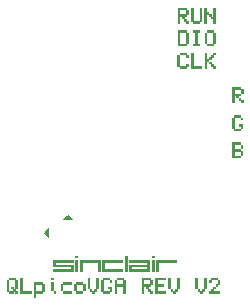
<source format=gto>
G04*
G04  File:            QL_PICOVGA_V2.GTO, Sun Mar 30 12:24:59 2025*
G04  Format:          Gerber Format (RS-274-D), ASCII*
G04*
G04  Format Options:  Absolute Positioning*
G04                   Leading-Zero Suppression*
G04                   Scale Factor 1:1*
G04                   NO Circular Interpolation*
G04                   Inch Units*
G04                   Numeric Format: 4.4 (XXXX.XXXX)*
G04                   G54 NOT Used for Aperture Change*
G04                   Apertures Embedded*
G04*
G04  File Options:    Offset = (0.0mil,0.0mil)*
G04                   Drill Symbol Size = 80.0mil*
G04                   No Pad/Via Holes*
G04*
G04  File Contents:   Pads*
G04                   Vias*
G04                   No Designators*
G04                   No Types*
G04                   No Values*
G04                   No Drill Symbols*
G04                   Silk*
G04*
%INQL_PICOVGA_V2.GTO*%
%ICAS*%
%MOIN*%
G04*
G04  Aperture MACROs for general use --- invoked via D-code assignment *
G04*
G04  General MACRO for flashed round with rotation and/or offset hole *
%AMROTOFFROUND*
1,1,$1,0.0000,0.0000*
1,0,$2,$3,$4*%
G04*
G04  General MACRO for flashed oval (obround) with rotation and/or offset hole *
%AMROTOFFOVAL*
21,1,$1,$2,0.0000,0.0000,$3*
1,1,$4,$5,$6*
1,1,$4,0-$5,0-$6*
1,0,$7,$8,$9*%
G04*
G04  General MACRO for flashed oval (obround) with rotation and no hole *
%AMROTOVALNOHOLE*
21,1,$1,$2,0.0000,0.0000,$3*
1,1,$4,$5,$6*
1,1,$4,0-$5,0-$6*%
G04*
G04  General MACRO for flashed rectangle with rotation and/or offset hole *
%AMROTOFFRECT*
21,1,$1,$2,0.0000,0.0000,$3*
1,0,$4,$5,$6*%
G04*
G04  General MACRO for flashed rectangle with rotation and no hole *
%AMROTRECTNOHOLE*
21,1,$1,$2,0.0000,0.0000,$3*%
G04*
G04  General MACRO for flashed rounded-rectangle *
%AMROUNDRECT*
21,1,$1,$2-$4,0.0000,0.0000,$3*
21,1,$1-$4,$2,0.0000,0.0000,$3*
1,1,$4,$5,$6*
1,1,$4,$7,$8*
1,1,$4,0-$5,0-$6*
1,1,$4,0-$7,0-$8*
1,0,$9,$10,$11*%
G04*
G04  General MACRO for flashed rounded-rectangle with rotation and no hole *
%AMROUNDRECTNOHOLE*
21,1,$1,$2-$4,0.0000,0.0000,$3*
21,1,$1-$4,$2,0.0000,0.0000,$3*
1,1,$4,$5,$6*
1,1,$4,$7,$8*
1,1,$4,0-$5,0-$6*
1,1,$4,0-$7,0-$8*%
G04*
G04  General MACRO for flashed regular polygon *
%AMREGPOLY*
5,1,$1,0.0000,0.0000,$2,$3+$4*
1,0,$5,$6,$7*%
G04*
G04  General MACRO for flashed regular polygon with no hole *
%AMREGPOLYNOHOLE*
5,1,$1,0.0000,0.0000,$2,$3+$4*%
G04*
G04  General MACRO for target *
%AMTARGET*
6,0,0,$1,$2,$3,4,$4,$5,$6*%
G04*
G04  General MACRO for mounting hole *
%AMMTHOLE*
1,1,$1,0,0*
1,0,$2,0,0*
$1=$1-$2*
$1=$1/2*
21,1,$2+$1,$3,0,0,$4*
21,1,$3,$2+$1,0,0,$4*%
G04*
G04*
G04  D10 : "Ellipse X4.0mil Y4.0mil H0.0mil 0.0deg (0.0mil,0.0mil) Draw"*
G04  Disc: OuterDia=0.0040*
%ADD10C, 0.0040*%
G04  D11 : "Ellipse X10.0mil Y10.0mil H0.0mil 0.0deg (0.0mil,0.0mil) Draw"*
G04  Disc: OuterDia=0.0100*
%ADD11C, 0.0100*%
G04  D12 : "Ellipse X11.0mil Y11.0mil H0.0mil 0.0deg (0.0mil,0.0mil) Draw"*
G04  Disc: OuterDia=0.0110*
%ADD12C, 0.0110*%
G04  D13 : "Ellipse X12.0mil Y12.0mil H0.0mil 0.0deg (0.0mil,0.0mil) Draw"*
G04  Disc: OuterDia=0.0120*
%ADD13C, 0.0120*%
G04  D14 : "Ellipse X14.0mil Y14.0mil H0.0mil 0.0deg (0.0mil,0.0mil) Draw"*
G04  Disc: OuterDia=0.0140*
%ADD14C, 0.0140*%
G04  D15 : "Ellipse X15.0mil Y15.0mil H0.0mil 0.0deg (0.0mil,0.0mil) Draw"*
G04  Disc: OuterDia=0.0150*
%ADD15C, 0.0150*%
G04  D16 : "Ellipse X16.0mil Y16.0mil H0.0mil 0.0deg (0.0mil,0.0mil) Draw"*
G04  Disc: OuterDia=0.0160*
%ADD16C, 0.0160*%
G04  D17 : "Ellipse X2.0mil Y2.0mil H0.0mil 0.0deg (0.0mil,0.0mil) Draw"*
G04  Disc: OuterDia=0.0020*
%ADD17C, 0.0020*%
G04  D18 : "Ellipse X2.0mil Y2.0mil H0.0mil 0.0deg (0.0mil,0.0mil) Draw"*
G04  Disc: OuterDia=0.0020*
%ADD18C, 0.0020*%
G04  D19 : "Ellipse X20.0mil Y20.0mil H0.0mil 0.0deg (0.0mil,0.0mil) Draw"*
G04  Disc: OuterDia=0.0200*
%ADD19C, 0.0200*%
G04  D20 : "Ellipse X32.0mil Y32.0mil H0.0mil 0.0deg (0.0mil,0.0mil) Draw"*
G04  Disc: OuterDia=0.0320*
%ADD20C, 0.0320*%
G04  D21 : "Ellipse X6.0mil Y6.0mil H0.0mil 0.0deg (0.0mil,0.0mil) Draw"*
G04  Disc: OuterDia=0.0060*
%ADD21C, 0.0060*%
G04  D22 : "Ellipse X8.0mil Y8.0mil H0.0mil 0.0deg (0.0mil,0.0mil) Draw"*
G04  Disc: OuterDia=0.0080*
%ADD22C, 0.0080*%
G04  D23 : "Ellipse X196.9mil Y196.9mil H0.0mil 0.0deg (0.0mil,0.0mil) Flash"*
G04  Disc: OuterDia=0.1969*
%ADD23C, 0.1969*%
G04  D24 : "Ellipse X25.6mil Y25.6mil H0.0mil 0.0deg (0.0mil,0.0mil) Flash"*
G04  Disc: OuterDia=0.0256*
%ADD24C, 0.0256*%
G04  D25 : "Ellipse X30.0mil Y30.0mil H0.0mil 0.0deg (0.0mil,0.0mil) Flash"*
G04  Disc: OuterDia=0.0300*
%ADD25C, 0.0300*%
G04  D26 : "Mounting Hole X196.9mil Y196.9mil H0.0mil 0.0deg (0.0mil,0.0mil) Flash"*
G04  Mounting Hole: Diameter=0.1969, Rotation=0.0, LineWidth=0.0050 *
%ADD26MTHOLE, 0.1969 X0.1769 X0.0050 X0.0*%
G04  D27 : "Mounting Hole X25.6mil Y25.6mil H0.0mil 0.0deg (0.0mil,0.0mil) Flash"*
G04  Mounting Hole: Diameter=0.0256, Rotation=0.0, LineWidth=0.0050 *
%ADD27MTHOLE, 0.0256 X0.0056 X0.0050 X0.0*%
G04  D28 : "Rounded Rectangle X59.1mil Y35.4mil H0.0mil 0.0deg (0.0mil,0.0mil) Flash"*
G04  RoundRct: DimX=0.0591, DimY=0.0354, CornerRad=0.0089, Rotation=0.0, OffsetX=0.0000, OffsetY=0.0000, HoleDia=0.0000 *
%ADD28ROUNDRECTNOHOLE, 0.0591 X0.0354 X0.0 X0.0177 X-0.0207 X-0.0089 X-0.0207 X0.0089*%
G04  D29 : "Rounded Rectangle X70.9mil Y39.4mil H0.0mil 0.0deg (0.0mil,0.0mil) Flash"*
G04  RoundRct: DimX=0.0709, DimY=0.0394, CornerRad=0.0098, Rotation=0.0, OffsetX=0.0000, OffsetY=0.0000, HoleDia=0.0000 *
%ADD29ROUNDRECTNOHOLE, 0.0709 X0.0394 X0.0 X0.0197 X-0.0256 X-0.0098 X-0.0256 X0.0098*%
G04  D30 : "Rounded Rectangle X82.7mil Y39.4mil H0.0mil 0.0deg (0.0mil,0.0mil) Flash"*
G04  RoundRct: DimX=0.0827, DimY=0.0394, CornerRad=0.0098, Rotation=0.0, OffsetX=0.0000, OffsetY=0.0000, HoleDia=0.0000 *
%ADD30ROUNDRECTNOHOLE, 0.0827 X0.0394 X0.0 X0.0197 X-0.0315 X-0.0098 X-0.0315 X0.0098*%
G04  D31 : "Rectangle X45.3mil Y11.8mil H0.0mil 0.0deg (0.0mil,0.0mil) Flash"*
G04  Rectangular: DimX=0.0453, DimY=0.0118, Rotation=0.0, OffsetX=0.0000, OffsetY=0.0000, HoleDia=0.0000 *
%ADD31R, 0.0453 X0.0118*%
G04  D32 : "Rectangle X120.0mil Y70.0mil H0.0mil 0.0deg (0.0mil,0.0mil) Flash"*
G04  Rectangular: DimX=0.1200, DimY=0.0700, Rotation=0.0, OffsetX=0.0000, OffsetY=0.0000, HoleDia=0.0000 *
%ADD32R, 0.1200 X0.0700*%
G04  D33 : "Rectangle X126.0mil Y126.0mil H0.0mil 0.0deg (0.0mil,0.0mil) Flash"*
G04  Square: Side=0.1260, Rotation=0.0, OffsetX=0.0000, OffsetY=0.0000, HoleDia=0.0000*
%ADD33R, 0.1260 X0.1260*%
G04  D34 : "Rectangle X129.9mil Y129.9mil H0.0mil 0.0deg (0.0mil,0.0mil) Flash"*
G04  Square: Side=0.1299, Rotation=0.0, OffsetX=0.0000, OffsetY=0.0000, HoleDia=0.0000*
%ADD34R, 0.1299 X0.1299*%
G04  D35 : "Rectangle X45.3mil Y23.6mil H0.0mil 0.0deg (0.0mil,0.0mil) Flash"*
G04  Rectangular: DimX=0.0453, DimY=0.0236, Rotation=0.0, OffsetX=0.0000, OffsetY=0.0000, HoleDia=0.0000 *
%ADD35R, 0.0453 X0.0236*%
G04  D36 : "Rectangle X32.0mil Y32.0mil H0.0mil 0.0deg (0.0mil,0.0mil) Flash"*
G04  Square: Side=0.0320, Rotation=0.0, OffsetX=0.0000, OffsetY=0.0000, HoleDia=0.0000*
%ADD36R, 0.0320 X0.0320*%
G04  D37 : "Rectangle X35.4mil Y11.8mil H0.0mil 0.0deg (0.0mil,0.0mil) Flash"*
G04  Rectangular: DimX=0.0354, DimY=0.0118, Rotation=0.0, OffsetX=0.0000, OffsetY=0.0000, HoleDia=0.0000 *
%ADD37R, 0.0354 X0.0118*%
G04  D38 : "Rectangle X35.4mil Y7.9mil H0.0mil 0.0deg (0.0mil,0.0mil) Flash"*
G04  Rectangular: DimX=0.0354, DimY=0.0079, Rotation=0.0, OffsetX=0.0000, OffsetY=0.0000, HoleDia=0.0000 *
%ADD38R, 0.0354 X0.0079*%
G04  D39 : "Rectangle X7.9mil Y35.4mil H0.0mil 0.0deg (0.0mil,0.0mil) Flash"*
G04  Rectangular: DimX=0.0079, DimY=0.0354, Rotation=0.0, OffsetX=0.0000, OffsetY=0.0000, HoleDia=0.0000 *
%ADD39R, 0.0079 X0.0354*%
G04  D40 : "Rectangle X22.0mil Y40.0mil H0.0mil 0.0deg (0.0mil,0.0mil) Flash"*
G04  Rectangular: DimX=0.0220, DimY=0.0400, Rotation=0.0, OffsetX=0.0000, OffsetY=0.0000, HoleDia=0.0000 *
%ADD40R, 0.0220 X0.0400*%
G04  D41 : "Rectangle X60.0mil Y40.0mil H0.0mil 0.0deg (0.0mil,0.0mil) Flash"*
G04  Rectangular: DimX=0.0600, DimY=0.0400, Rotation=0.0, OffsetX=0.0000, OffsetY=0.0000, HoleDia=0.0000 *
%ADD41R, 0.0600 X0.0400*%
G04  D42 : "Rectangle X40.0mil Y50.0mil H0.0mil 0.0deg (0.0mil,0.0mil) Flash"*
G04  Rectangular: DimX=0.0400, DimY=0.0500, Rotation=0.0, OffsetX=0.0000, OffsetY=0.0000, HoleDia=0.0000 *
%ADD42R, 0.0400 X0.0500*%
G04  D43 : "Rectangle X55.1mil Y35.4mil H0.0mil 0.0deg (0.0mil,0.0mil) Flash"*
G04  Rectangular: DimX=0.0551, DimY=0.0354, Rotation=0.0, OffsetX=0.0000, OffsetY=0.0000, HoleDia=0.0000 *
%ADD43R, 0.0551 X0.0354*%
G04  D44 : "Rectangle X9.8mil Y65.0mil H0.0mil 0.0deg (0.0mil,0.0mil) Flash"*
G04  Rectangular: DimX=0.0098, DimY=0.0650, Rotation=0.0, OffsetX=0.0000, OffsetY=0.0000, HoleDia=0.0000 *
%ADD44R, 0.0098 X0.0650*%
G04  D45 : "Ellipse X16.0mil Y16.0mil H0.0mil 0.0deg (0.0mil,0.0mil) Flash"*
G04  Disc: OuterDia=0.0160*
%ADD45C, 0.0160*%
G04*
%FSLAX44Y44*%
%SFA1B1*%
%OFA0.0000B0.0000*%
G04*
G70*
G90*
G01*
D2*
%LNSilk*%
D10*
X20817Y14176*
X20835D1*
X20799Y14194D2*
X20835D1*
X20781Y14212D2*
X20835D1*
X20764Y14229D2*
X20835D1*
X20746Y14247D2*
X20835D1*
X20759Y14265D2*
X20835D1*
X20777Y14283D2*
X20835D1*
X20794Y14300D2*
X20835D1*
X20812Y14318D2*
X20835D1*
X20830Y14336D2*
X20835D1*
X20855Y14389D2*
X20715Y14250D1*
X20855Y14110*
Y14389*
X21409Y14727D2*
X21590D1*
X21426Y14744D2*
X21573D1*
X21443Y14761D2*
X21556D1*
X21459Y14778D2*
X21540D1*
X21476Y14795D2*
X21523D1*
X21493Y14812D2*
X21506D1*
X21500Y14846D2*
X21360Y14707D1*
X21639*
X21500Y14846*
X21777Y12990D2*
X21797D1*
X21777Y13010D2*
X21797D1*
X21777Y13030D2*
X21797D1*
X21777Y13050D2*
X21797D1*
X21777Y13070D2*
X21797D1*
X21777Y13090D2*
X21797D1*
X21777Y13110D2*
X21797D1*
X21777Y13130D2*
X21797D1*
X21777Y13150D2*
X21797D1*
X21777Y13170D2*
X21797D1*
X21777Y13190D2*
X21797D1*
X21777Y13210D2*
X21797D1*
X21777Y13230D2*
X21797D1*
X21777Y13250D2*
X21797D1*
X21777Y13270D2*
X21797D1*
X21777Y13290D2*
X21797D1*
X21817Y13330D2*
X21757D1*
Y12970*
X21817*
Y13330*
X21777Y13440D2*
X21797D1*
X21817Y13480D2*
X21757D1*
Y13420*
X21817*
Y13480*
X21927Y12990D2*
X21947D1*
X22527D2*
X22547D1*
X21927Y13010D2*
X21947D1*
X22527D2*
X22547D1*
X21927Y13030D2*
X21947D1*
X22527D2*
X22547D1*
X21927Y13050D2*
X21947D1*
X22527D2*
X22547D1*
X21927Y13070D2*
X21947D1*
X22527D2*
X22547D1*
X21927Y13090D2*
X21947D1*
X22527D2*
X22547D1*
X21927Y13110D2*
X21947D1*
X22527D2*
X22547D1*
X21927Y13130D2*
X21947D1*
X22527D2*
X22547D1*
X21927Y13150D2*
X21947D1*
X22527D2*
X22547D1*
X21927Y13170D2*
X21947D1*
X22527D2*
X22547D1*
X21927Y13190D2*
X21947D1*
X22527D2*
X22547D1*
X21927Y13210D2*
X21947D1*
X22527D2*
X22547D1*
X21927Y13230D2*
X21947D1*
X22527D2*
X22547D1*
X21927Y13250D2*
X21947D1*
X22527D2*
X22547D1*
X21927Y13270D2*
X21952D1*
X22522D2*
X22547D1*
X21927Y13290D2*
X22547D1*
X22567Y13330D2*
X21907D1*
Y12970*
X21967*
Y13253*
X21970Y13261*
X21976Y13266*
X21983Y13270*
X22491*
X22498Y13266*
X22504Y13261*
X22507Y13253*
Y12970*
X22567*
Y13330*
X23427Y12990D2*
X23447D1*
X23427Y13009D2*
X23447D1*
X23427Y13029D2*
X23447D1*
X23427Y13048D2*
X23447D1*
X23427Y13068D2*
X23447D1*
X23427Y13087D2*
X23447D1*
X23427Y13107D2*
X23447D1*
X23427Y13126D2*
X23447D1*
X23427Y13146D2*
X23447D1*
X23427Y13165D2*
X23447D1*
X23427Y13185D2*
X23447D1*
X23427Y13204D2*
X23447D1*
X23427Y13224D2*
X23447D1*
X23427Y13244D2*
X23447D1*
X23427Y13263D2*
X23447D1*
X23427Y13283D2*
X23447D1*
X23427Y13302D2*
X23447D1*
X23427Y13322D2*
X23447D1*
X23427Y13341D2*
X23447D1*
X23427Y13361D2*
X23447D1*
X23427Y13380D2*
X23447D1*
X23427Y13400D2*
X23447D1*
X23427Y13419D2*
X23447D1*
X23427Y13439D2*
X23447D1*
X23427Y13459D2*
X23447D1*
X23467Y13480D2*
X23407D1*
Y12970*
X23467*
Y13480*
X22677Y12990D2*
X23297D1*
X22677Y13010D2*
X22729D1*
X22677Y13030D2*
X22702D1*
X22677Y13050D2*
X22697D1*
X22677Y13070D2*
X22697D1*
X22677Y13090D2*
X22697D1*
X22677Y13110D2*
X22697D1*
X22677Y13130D2*
X22697D1*
X22677Y13150D2*
X22697D1*
X22677Y13170D2*
X22697D1*
X22677Y13190D2*
X22697D1*
X22677Y13210D2*
X22697D1*
X22677Y13230D2*
X22697D1*
X22677Y13250D2*
X22697D1*
X22677Y13270D2*
X22702D1*
X22677Y13290D2*
X23297D1*
X23317Y13330D2*
X22657D1*
Y12970*
X23317*
Y13030*
X22733*
X22726Y13033*
X22720Y13038*
X22717Y13046*
Y13253*
X22720Y13261*
X22726Y13266*
X22733Y13270*
X23317*
Y13330*
X24177Y13040D2*
X24197D1*
X24177Y13055D2*
X24197D1*
X24177Y13070D2*
X24197D1*
X24177Y13085D2*
X24197D1*
X24177Y13100D2*
X24197D1*
X24217Y13130D2*
X24157D1*
Y13020*
X24217*
Y13130*
X24327Y12990D2*
X24347D1*
X24327Y13010D2*
X24347D1*
X24327Y13030D2*
X24347D1*
X24327Y13050D2*
X24347D1*
X24327Y13070D2*
X24347D1*
X24327Y13090D2*
X24347D1*
X24327Y13110D2*
X24347D1*
X24327Y13130D2*
X24347D1*
X24327Y13150D2*
X24347D1*
X24327Y13170D2*
X24347D1*
X24327Y13190D2*
X24347D1*
X24327Y13210D2*
X24347D1*
X24327Y13230D2*
X24347D1*
X24327Y13250D2*
X24347D1*
X24327Y13270D2*
X24347D1*
X24327Y13290D2*
X24347D1*
X24367Y13330D2*
X24307D1*
Y12970*
X24367*
Y13330*
X24327Y13440D2*
X24347D1*
X24367Y13480D2*
X24307D1*
Y13420*
X24367*
Y13480*
X24477Y12990D2*
X24497D1*
X24477Y13010D2*
X24497D1*
X24477Y13030D2*
X24497D1*
X24477Y13050D2*
X24497D1*
X24477Y13070D2*
X24497D1*
X24477Y13090D2*
X24497D1*
X24477Y13110D2*
X24497D1*
X24477Y13130D2*
X24497D1*
X24477Y13150D2*
X24497D1*
X24477Y13170D2*
X24497D1*
X24477Y13190D2*
X24497D1*
X24477Y13210D2*
X24497D1*
X24477Y13230D2*
X24497D1*
X24477Y13250D2*
X24497D1*
X24477Y13270D2*
X24502D1*
X24477Y13290D2*
X25097D1*
X25117Y13330D2*
X24457D1*
Y12970*
X24517*
Y13253*
X24520Y13261*
X24526Y13266*
X24533Y13270*
X25117*
Y13330*
X21027Y12990D2*
X21647D1*
X21595Y13010D2*
X21647D1*
X21622Y13030D2*
X21647D1*
X21627Y13050D2*
X21647D1*
X21627Y13070D2*
X21647D1*
X21627Y13090D2*
X21647D1*
X21626Y13110D2*
X21647D1*
X21614Y13130D2*
X21647D1*
X21027Y13150D2*
X21647D1*
X21027Y13170D2*
X21060D1*
X21027Y13190D2*
X21048D1*
X21027Y13210D2*
X21047D1*
X21027Y13230D2*
X21047D1*
X21027Y13250D2*
X21047D1*
X21027Y13270D2*
X21052D1*
X21027Y13290D2*
X21647D1*
X21667Y13330D2*
X21007D1*
Y13120*
X21591*
X21598Y13116*
X21604Y13111*
X21607Y13103*
Y13046*
X21604Y13038*
X21598Y13033*
X21591Y13030*
X21007*
Y12970*
X21667*
Y13180*
X21083*
X21076Y13183*
X21070Y13188*
X21067Y13196*
Y13253*
X21070Y13261*
X21076Y13266*
X21083Y13270*
X21667*
Y13330*
X23577Y12990D2*
X24197D1*
X23577Y13010D2*
X23629D1*
X23577Y13030D2*
X23602D1*
X23577Y13050D2*
X23597D1*
X23577Y13070D2*
X23597D1*
X23577Y13090D2*
X23597D1*
X23577Y13110D2*
X23598D1*
X23577Y13130D2*
X23610D1*
X23577Y13150D2*
X24197D1*
X24164Y13170D2*
X24197D1*
X24176Y13190D2*
X24197D1*
X24177Y13210D2*
X24197D1*
X24177Y13230D2*
X24197D1*
X24177Y13250D2*
X24197D1*
X24172Y13270D2*
X24197D1*
X23577Y13290D2*
X24197D1*
X24217Y13330D2*
X23557D1*
Y13270*
X24141*
X24148Y13266*
X24154Y13261*
X24157Y13253*
Y13196*
X24154Y13188*
X24148Y13183*
X24141Y13180*
X23557*
Y12970*
X24217*
Y13030*
X23633*
X23626Y13033*
X23620Y13038*
X23617Y13046*
Y13103*
X23620Y13111*
X23626Y13116*
X23633Y13120*
X24217*
Y13330*
%LNSilk_POS_GLYPHS*%
%LPD*%
X24217Y13330D2*
G36*
X25233Y20242*
X25470D1*
Y20154*
X25233*
Y20242*
G37*
G36*
X25160Y20169D2*
X25249D1*
Y19784*
X25160*
Y20169*
G37*
G36*
X25454D2*
X25543D1*
Y20081*
X25454*
Y20169*
G37*
G36*
Y19873D2*
X25543D1*
Y19784*
X25454*
Y19873*
G37*
G36*
X25233Y19799D2*
X25470D1*
Y19711*
X25233*
Y19799*
G37*
G36*
X25611Y20242D2*
X25700D1*
Y19799*
X25994*
Y19711*
X25611*
Y20242*
G37*
G36*
X26061D2*
X26150D1*
Y20022*
X26224Y20020*
Y19933*
X26150*
Y19713*
X26061*
Y20242*
G37*
G36*
X26355D2*
X26444D1*
Y20154*
X26354*
X26355Y20242*
G37*
G36*
X26281Y20169D2*
X26370D1*
X26369Y20081*
X26281*
Y20169*
G37*
G36*
X26208Y20096D2*
X26297D1*
Y20007*
X26208*
Y20096*
G37*
G36*
Y19948D2*
X26297D1*
Y19859*
X26208*
Y19948*
G37*
G36*
X26281Y19874D2*
X26370D1*
X26369Y19786*
X26281*
Y19874*
G37*
G36*
X26355Y19801D2*
X26444D1*
Y19713*
X26354*
X26355Y19801*
G37*
G36*
X25161Y20992D2*
X25470D1*
Y20904*
X25250*
Y20551*
X25470*
Y20463*
X25161*
Y20992*
G37*
G36*
X25454Y20919D2*
X25543D1*
Y20536*
X25454*
Y20919*
G37*
G36*
X25684Y20992D2*
X25920D1*
Y20904*
X25847*
Y20551*
X25920*
Y20463*
X25684*
Y20551*
X25758*
Y20904*
X25684*
Y20992*
G37*
G36*
X26134D2*
X26370D1*
Y20904*
X26134*
Y20992*
G37*
G36*
X26061Y20919D2*
X26150D1*
Y20536*
X26061*
Y20919*
G37*
G36*
X26354D2*
X26443D1*
Y20536*
X26354*
Y20919*
G37*
G36*
X26134Y20551D2*
X26370D1*
Y20463*
X26134*
Y20551*
G37*
G36*
X25161Y21742D2*
X25471D1*
Y21654*
X25250*
Y21522*
X25470*
X25469Y21433*
X25397*
Y21359*
X25308*
Y21433*
X25250*
Y21213*
X25161*
Y21742*
G37*
G36*
X25454Y21669D2*
X25544D1*
Y21507*
X25455*
X25454Y21669*
G37*
G36*
X25381Y21374D2*
X25470D1*
X25469Y21286*
X25381*
Y21374*
G37*
G36*
X25455Y21301D2*
X25544D1*
Y21213*
X25454*
X25455Y21301*
G37*
G36*
X25610Y21742D2*
X25699D1*
Y21284*
X25610*
Y21742*
G37*
G36*
X25904D2*
X25993D1*
Y21284*
X25904*
Y21742*
G37*
G36*
X25683Y21299D2*
X25920D1*
Y21211*
X25683*
Y21299*
G37*
G36*
X26060Y21742D2*
X26149D1*
Y21595*
X26223*
Y21507*
X26149*
Y21211*
X26060*
Y21742*
G37*
G36*
X26354D2*
X26443D1*
Y21211*
X26354*
Y21359*
X26280*
Y21448*
X26354Y21447*
Y21742*
G37*
G36*
X26207Y21522D2*
X26296D1*
Y21433*
X26207Y21433*
Y21522*
G37*
G36*
X26978Y17254D2*
X27287D1*
Y17166*
X27067*
Y17035*
X27287*
Y16947*
X27067*
Y16816*
X27287*
Y16728*
X26978*
Y17254*
G37*
G36*
X27271Y17181D2*
X27360D1*
Y17020*
X27271*
Y17181*
G37*
G36*
Y16962D2*
X27360D1*
Y16801*
X27271*
Y16962*
G37*
G36*
X26978Y19104D2*
X27288D1*
Y19016*
X27067*
Y18884*
X27287*
X27286Y18796*
X27214*
Y18722*
X27125*
Y18796*
X27067*
Y18576*
X26978*
Y19104*
G37*
G36*
X27271Y19031D2*
X27361D1*
Y18869*
X27272*
X27271Y19031*
G37*
G36*
X27198Y18737D2*
X27287D1*
X27286Y18649*
X27198*
Y18737*
G37*
G36*
X27272Y18664D2*
X27361D1*
Y18576*
X27271*
X27272Y18664*
G37*
G36*
X27051Y18154D2*
X27287D1*
Y18066*
X27051*
Y18154*
G37*
G36*
X26978Y18081D2*
X27067D1*
Y17699*
X26978*
Y18081*
G37*
G36*
X27271D2*
X27360D1*
Y17993*
X27271*
Y18081*
G37*
G36*
X27197Y17861D2*
X27360D1*
Y17699*
X27271*
Y17773*
X27197*
Y17861*
G37*
G36*
X27051Y17714D2*
X27287D1*
Y17626*
X27051*
Y17714*
G37*
G36*
X19536Y12742D2*
X19773D1*
Y12654*
X19536*
Y12742*
G37*
G36*
X19463Y12669D2*
X19552D1*
Y12286*
X19463*
Y12669*
G37*
G36*
X19757D2*
X19846D1*
Y12359*
X19757Y12360*
Y12669*
G37*
G36*
X19610Y12448D2*
X19699D1*
Y12360*
X19610Y12359*
Y12448*
G37*
G36*
X19683Y12373D2*
X19773Y12374D1*
Y12286*
X19683*
Y12373*
G37*
G36*
X19536Y12301D2*
X19699D1*
Y12213*
X19536*
Y12301*
G37*
G36*
X19757D2*
X19846D1*
Y12213*
X19757*
Y12301*
G37*
G36*
X19913Y12742D2*
X20002D1*
Y12299*
X20296*
Y12211*
X19913*
Y12742*
G37*
G36*
X20361Y12595D2*
X20671D1*
Y12505*
X20452*
Y12300*
X20671*
Y12210*
X20452*
Y12066*
X20361*
Y12595*
G37*
G36*
X20655Y12520D2*
X20746D1*
Y12285*
X20655*
Y12520*
G37*
G36*
X20960Y12744D2*
X21050D1*
Y12654*
X20960*
Y12744*
G37*
G36*
Y12595D2*
X21050D1*
Y12288*
X20960*
Y12595*
G37*
G36*
X21034Y12303D2*
X21125D1*
Y12213*
X21034*
X21034Y12303*
G37*
G36*
X21337Y12595D2*
X21644D1*
Y12506*
X21337*
Y12595*
G37*
G36*
X21262Y12521D2*
X21353D1*
Y12288*
X21262*
Y12521*
G37*
G36*
X21337Y12303D2*
X21644D1*
Y12213*
X21337*
Y12303*
G37*
G36*
X21787Y12595D2*
X22020D1*
Y12506*
X21787*
Y12595*
G37*
G36*
X21712Y12521D2*
X21803D1*
Y12288*
X21712*
Y12521*
G37*
G36*
X22004D2*
X22095D1*
Y12288*
X22004*
Y12521*
G37*
G36*
X21787Y12303D2*
X22020D1*
Y12213*
X21787*
Y12303*
G37*
G36*
X22162Y12742D2*
X22251D1*
Y12359*
X22162*
Y12742*
G37*
G36*
X22455D2*
X22544D1*
Y12359*
X22455*
Y12742*
G37*
G36*
X22235Y12374D2*
X22325D1*
Y12286*
X22235*
Y12374*
G37*
G36*
X22382D2*
X22471D1*
Y12286*
X22382*
Y12374*
G37*
G36*
X22309Y12301D2*
X22398D1*
Y12213*
X22309*
Y12301*
G37*
G36*
X22685Y12742D2*
X22921D1*
Y12654*
X22685*
Y12742*
G37*
G36*
X22611Y12669D2*
X22700D1*
Y12286*
X22611*
Y12669*
G37*
G36*
X22905D2*
X22994D1*
Y12581*
X22905*
Y12669*
G37*
G36*
X22831Y12448D2*
X22994D1*
Y12286*
X22905*
Y12360*
X22831*
Y12448*
G37*
G36*
X22685Y12301D2*
X22921D1*
Y12213*
X22685*
Y12301*
G37*
G36*
X23134Y12742D2*
X23370D1*
Y12654*
X23134*
Y12742*
G37*
G36*
X23061Y12669D2*
X23150D1*
Y12522*
X23355*
Y12669*
X23444*
Y12213*
X23355*
Y12433*
X23150*
Y12213*
X23061*
Y12669*
G37*
G36*
X23961Y12742D2*
X24271D1*
Y12654*
X24050*
Y12522*
X24270*
X24269Y12433*
X24197*
Y12359*
X24108*
Y12433*
X24050*
Y12213*
X23961*
Y12742*
G37*
G36*
X24254Y12669D2*
X24344D1*
Y12507*
X24255*
X24254Y12669*
G37*
G36*
X24181Y12374D2*
X24270D1*
X24269Y12286*
X24181*
Y12374*
G37*
G36*
X24255Y12301D2*
X24344D1*
Y12213*
X24254*
X24255Y12301*
G37*
G36*
X24411Y12742D2*
X24792D1*
Y12654*
X24500*
Y12522*
X24719*
Y12433*
X24500*
Y12301*
X24792*
Y12213*
X24411*
Y12742*
G37*
G36*
X24860D2*
X24949D1*
Y12359*
X24860*
Y12742*
G37*
G36*
X25154D2*
X25243D1*
Y12359*
X25154*
Y12742*
G37*
G36*
X24933Y12374D2*
X25023D1*
Y12286*
X24933*
Y12374*
G37*
G36*
X25080D2*
X25170D1*
Y12286*
X25080*
Y12374*
G37*
G36*
X25007Y12301D2*
X25096D1*
Y12213*
X25007*
Y12301*
G37*
G36*
X25760Y12742D2*
X25849D1*
Y12359*
X25760*
Y12742*
G37*
G36*
X26053D2*
X26142D1*
Y12359*
X26053*
Y12742*
G37*
G36*
X25833Y12374D2*
X25923D1*
Y12286*
X25833*
Y12374*
G37*
G36*
X25980D2*
X26069D1*
Y12286*
X25980*
Y12374*
G37*
G36*
X25907Y12301D2*
X25996D1*
Y12213*
X25907*
Y12301*
G37*
G36*
X26283Y12742D2*
X26519D1*
Y12654*
X26283Y12653*
Y12742*
G37*
G36*
X26210Y12669D2*
X26299D1*
Y12580*
X26210*
Y12669*
G37*
G36*
X26503D2*
X26592D1*
Y12507*
X26503*
Y12669*
G37*
G36*
X26430Y12522D2*
X26519D1*
Y12433*
X26430*
Y12522*
G37*
G36*
X26357Y12448D2*
X26446Y12448D1*
Y12360*
X26357*
Y12448*
G37*
G36*
X26283Y12375D2*
X26373D1*
Y12301*
X26592*
Y12213*
X26210*
Y12301*
X26283*
Y12375*
G37*
D02M02*

</source>
